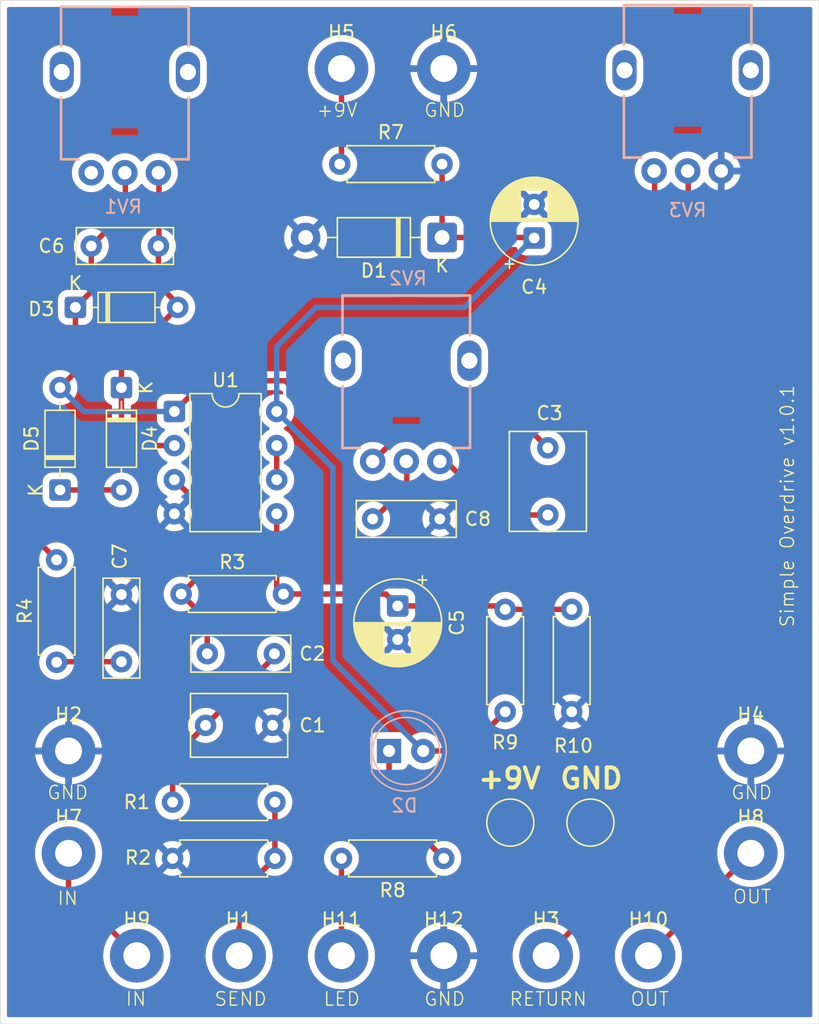
<source format=kicad_pcb>
(kicad_pcb (version 20241229) (generator "pcbnew") (generator_version "9.0")
  (layers (0 "F.Cu" signal) (2 "B.Cu" signal) (13 "F.Paste" user) (15 "B.Paste" user) (5 "F.SilkS" user "F.Silkscreen") (7 "B.SilkS" user "B.Silkscreen") (1 "F.Mask" user) (3 "B.Mask" user) (25 "Edge.Cuts" user))
  (net 0 "")
  (net 1 "Net-(C1-Pad1)")
  (net 2 "GND")
  (net 3 "Net-(U1A-+)")
  (net 4 "Net-(D3-K)")
  (net 5 "Net-(C3-Pad2)")
  (net 6 "+9V")
  (net 7 "Net-(U1B-+)")
  (net 8 "Net-(D3-A)")
  (net 9 "Net-(C7-Pad2)")
  (net 10 "Net-(C8-Pad2)")
  (net 11 "Net-(D2-K)")
  (net 12 "Net-(D4-A)")
  (net 13 "Net-(H1-Pad1)")
  (net 14 "Net-(H3-Pad1)")
  (net 15 "Net-(H5-Pad1)")
  (net 16 "Net-(H7-Pad1)")
  (net 17 "Net-(H10-Pad1)")
  (net 18 "Net-(H11-Pad1)")
  (net 20 "Net-(RV2-Pad3)")
  (net 21 "Net-(U1B--)")
  (footprint "Wampler:PAD_4MM" (layer "F.Cu") (at 25.4 17.78)
    (property "Reference" "H5" (at 0 -2.7 0) (layer "F.SilkS"))
    (property "Value" "9V")
    (pad "1" thru_hole circle (at 0 0) (size 4 4) (drill 2) (layers "*.Cu" "*.Mask") (net 15 "Net-(H5-Pad1)"))
  )
  (footprint "Wampler:PAD_4MM" (layer "F.Cu") (at 10.16 83.82)
    (property "Reference" "H9" (at 0 -2.7 0) (layer "F.SilkS"))
    (property "Value" "SW_IN")
    (pad "1" thru_hole circle (at 0 0) (size 4 4) (drill 2) (layers "*.Cu" "*.Mask") (net 16 "Net-(H7-Pad1)"))
  )
  (footprint "Resistor_THT:R_Axial_DIN0207_L6.3mm_D2.5mm_P7.62mm_Horizontal" (layer "F.Cu") (at 37.592 58.039 -90)
    (property "Reference" "R9" (at 9.906 0 180) (layer "F.SilkS"))
    (property "Value" "100k")
    (pad "1" thru_hole circle (at 0 0 270) (size 1.6 1.6) (drill 0.8) (layers "*.Cu" "*.Mask") (net 7 "Net-(U1B-+)"))
    (pad "2" thru_hole circle (at 7.62 0 270) (size 1.6 1.6) (drill 0.8) (layers "*.Cu" "*.Mask") (net 6 "+9V"))
  )
  (footprint "TestPoint:TestPoint_Pad_D3.0mm" (layer "F.Cu") (at 37.973 73.914)
    (property "Reference" "REF**" (hide yes))
    (property "Value" "TestPoint_Pad_D3.0mm")
    (pad "1" smd circle (at 0 0) (size 3 3) (layers "F.Cu" "F.Mask") (net 6 "+9V"))
  )
  (footprint "Wampler:PAD_4MM" (layer "F.Cu") (at 55.88 68.58)
    (property "Reference" "H4" (at 0 -2.7 0) (layer "F.SilkS"))
    (property "Value" "GND")
    (pad "1" thru_hole circle (at 0 0) (size 4 4) (drill 2) (layers "*.Cu" "*.Mask") (net 2 "GND"))
  )
  (footprint "Wampler:PAD_4MM" (layer "F.Cu") (at 25.4 83.82)
    (property "Reference" "H11" (at 0 -2.7 0) (layer "F.SilkS"))
    (property "Value" "SW_LED")
    (pad "1" thru_hole circle (at 0 0) (size 4 4) (drill 2) (layers "*.Cu" "*.Mask") (net 18 "Net-(H11-Pad1)"))
  )
  (footprint "Capacitor_THT:CP_Radial_D6.3mm_P2.50mm" (layer "F.Cu") (at 39.751 30.392379 90)
    (property "Reference" "C4" (at -3.643621 0 180) (layer "F.SilkS"))
    (property "Value" "100u 35V")
    (pad "1" thru_hole roundrect (at 0 0 90) (size 1.6 1.6) (drill 0.8) (layers "*.Cu" "*.Mask") (roundrect_rratio 0.15625) (net 6 "+9V"))
    (pad "2" thru_hole circle (at 2.5 0 90) (size 1.6 1.6) (drill 0.8) (layers "*.Cu" "*.Mask") (net 2 "GND"))
  )
  (footprint "Capacitor_THT:C_Rect_L7.2mm_W5.5mm_P5.00mm_FKS2_FKP2_MKS2_MKP2" (layer "F.Cu") (at 40.767 46.014 -90)
    (property "Reference" "C3" (at -2.58 -0.127 180) (layer "F.SilkS"))
    (property "Value" "1u")
    (pad "1" thru_hole circle (at 0 0 270) (size 1.6 1.6) (drill 0.8) (layers "*.Cu" "*.Mask") (net 4 "Net-(D3-K)"))
    (pad "2" thru_hole circle (at 5 0 270) (size 1.6 1.6) (drill 0.8) (layers "*.Cu" "*.Mask") (net 5 "Net-(C3-Pad2)"))
  )
  (footprint "Resistor_THT:R_Axial_DIN0207_L6.3mm_D2.5mm_P7.62mm_Horizontal" (layer "F.Cu") (at 20.447 76.581 180)
    (property "Reference" "R2" (at 10.195033 0.054388 0) (layer "F.SilkS"))
    (property "Value" "1M")
    (pad "1" thru_hole circle (at 0 0 180) (size 1.6 1.6) (drill 0.8) (layers "*.Cu" "*.Mask") (net 13 "Net-(H1-Pad1)"))
    (pad "2" thru_hole circle (at 7.62 0 180) (size 1.6 1.6) (drill 0.8) (layers "*.Cu" "*.Mask") (net 2 "GND"))
  )
  (footprint "Wampler:PAD_4MM" (layer "F.Cu") (at 55.88 76.2)
    (property "Reference" "H8" (at 0 -2.7 0) (layer "F.SilkS"))
    (property "Value" "OUT")
    (pad "1" thru_hole circle (at 0 0) (size 4 4) (drill 2) (layers "*.Cu" "*.Mask") (net 17 "Net-(H10-Pad1)"))
  )
  (footprint "Wampler:PAD_4MM" (layer "F.Cu") (at 33.02 17.78)
    (property "Reference" "H6" (at 0 -2.7 0) (layer "F.SilkS"))
    (property "Value" "GND")
    (pad "1" thru_hole circle (at 0 0) (size 4 4) (drill 2) (layers "*.Cu" "*.Mask") (net 2 "GND"))
  )
  (footprint "Wampler:PAD_4MM" (layer "F.Cu") (at 33.02 83.82)
    (property "Reference" "H12" (at 0 -2.7 0) (layer "F.SilkS"))
    (property "Value" "SW_GND")
    (pad "1" thru_hole circle (at 0 0) (size 4 4) (drill 2) (layers "*.Cu" "*.Mask") (net 2 "GND"))
  )
  (footprint "Resistor_THT:R_Axial_DIN0207_L6.3mm_D2.5mm_P7.62mm_Horizontal" (layer "F.Cu") (at 20.447 72.39 180)
    (property "Reference" "R1" (at 10.287 0 0) (layer "F.SilkS"))
    (property "Value" "1k")
    (pad "1" thru_hole circle (at 0 0 180) (size 1.6 1.6) (drill 0.8) (layers "*.Cu" "*.Mask") (net 13 "Net-(H1-Pad1)"))
    (pad "2" thru_hole circle (at 7.62 0 180) (size 1.6 1.6) (drill 0.8) (layers "*.Cu" "*.Mask") (net 1 "Net-(C1-Pad1)"))
  )
  (footprint "Package_DIP:DIP-8_W7.62mm" (layer "F.Cu") (at 12.959 43.307)
    (property "Reference" "U1" (at 3.81 -2.33 0) (layer "F.SilkS"))
    (property "Value" "TL072")
    (pad "1" thru_hole roundrect (at 0 0) (size 1.6 1.6) (drill 0.8) (layers "*.Cu" "*.Mask") (roundrect_rratio 0.15625) (net 4 "Net-(D3-K)"))
    (pad "2" thru_hole circle (at 0 2.54) (size 1.6 1.6) (drill 0.8) (layers "*.Cu" "*.Mask") (net 8 "Net-(D3-A)"))
    (pad "3" thru_hole circle (at 0 5.08) (size 1.6 1.6) (drill 0.8) (layers "*.Cu" "*.Mask") (net 3 "Net-(U1A-+)"))
    (pad "4" thru_hole circle (at 0 7.62) (size 1.6 1.6) (drill 0.8) (layers "*.Cu" "*.Mask") (net 2 "GND"))
    (pad "5" thru_hole circle (at 7.62 7.62) (size 1.6 1.6) (drill 0.8) (layers "*.Cu" "*.Mask") (net 7 "Net-(U1B-+)"))
    (pad "6" thru_hole circle (at 7.62 5.08) (size 1.6 1.6) (drill 0.8) (layers "*.Cu" "*.Mask") (net 21 "Net-(U1B--)"))
    (pad "7" thru_hole circle (at 7.62 2.54) (size 1.6 1.6) (drill 0.8) (layers "*.Cu" "*.Mask") (net 21 "Net-(U1B--)"))
    (pad "8" thru_hole circle (at 7.62 0) (size 1.6 1.6) (drill 0.8) (layers "*.Cu" "*.Mask") (net 6 "+9V"))
  )
  (footprint "TestPoint:TestPoint_Pad_D3.0mm" (layer "F.Cu") (at 43.942 73.914)
    (property "Reference" "REF**" (hide yes))
    (property "Value" "TestPoint_Pad_D3.0mm")
    (pad "1" smd circle (at 0 0) (size 3 3) (layers "F.Cu" "F.Mask") (net 2 "GND"))
  )
  (footprint "Capacitor_THT:C_Rect_L7.2mm_W2.5mm_P5.00mm_FKS2_FKP2_MKS2_MKP2" (layer "F.Cu") (at 32.726 51.308 180)
    (property "Reference" "C8" (at -2.834 0 0) (layer "F.SilkS"))
    (property "Value" "22n")
    (pad "1" thru_hole circle (at 0 0 180) (size 1.6 1.6) (drill 0.8) (layers "*.Cu" "*.Mask") (net 2 "GND"))
    (pad "2" thru_hole circle (at 5 0 180) (size 1.6 1.6) (drill 0.8) (layers "*.Cu" "*.Mask") (net 10 "Net-(C8-Pad2)"))
  )
  (footprint "Diode_THT:D_DO-35_SOD27_P7.62mm_Horizontal" (layer "F.Cu") (at 4.445 49.149 90)
    (property "Reference" "D5" (at 3.81 -2.12 90) (layer "F.SilkS"))
    (property "Value" "1N4148")
    (fp_text user "K" (at 0 -1.8 90) (layer "F.SilkS"))
    (pad "1" thru_hole roundrect (at 0 0 90) (size 1.6 1.6) (drill 0.8) (layers "*.Cu" "*.Mask") (roundrect_rratio 0.15625) (net 12 "Net-(D4-A)"))
    (pad "2" thru_hole circle (at 7.62 0 90) (size 1.6 1.6) (drill 0.8) (layers "*.Cu" "*.Mask") (net 4 "Net-(D3-K)"))
  )
  (footprint "Resistor_THT:R_Axial_DIN0207_L6.3mm_D2.5mm_P7.62mm_Horizontal" (layer "F.Cu") (at 33.02 76.581 180)
    (property "Reference" "R8" (at 3.81 -2.37 0) (layer "F.SilkS"))
    (property "Value" "1k")
    (pad "1" thru_hole circle (at 0 0 180) (size 1.6 1.6) (drill 0.8) (layers "*.Cu" "*.Mask") (net 11 "Net-(D2-K)"))
    (pad "2" thru_hole circle (at 7.62 0 180) (size 1.6 1.6) (drill 0.8) (layers "*.Cu" "*.Mask") (net 18 "Net-(H11-Pad1)"))
  )
  (footprint "Diode_THT:D_DO-35_SOD27_P7.62mm_Horizontal" (layer "F.Cu") (at 5.588 35.56)
    (property "Reference" "D3" (at -2.54 0.127 0) (layer "F.SilkS"))
    (property "Value" "1N4148")
    (fp_text user "K" (at 0 -1.8 0) (layer "F.SilkS"))
    (pad "1" thru_hole roundrect (at 0 0) (size 1.6 1.6) (drill 0.8) (layers "*.Cu" "*.Mask") (roundrect_rratio 0.15625) (net 4 "Net-(D3-K)"))
    (pad "2" thru_hole circle (at 7.62 0) (size 1.6 1.6) (drill 0.8) (layers "*.Cu" "*.Mask") (net 8 "Net-(D3-A)"))
  )
  (footprint "Capacitor_THT:C_Rect_L7.0mm_W4.5mm_P5.00mm" (layer "F.Cu") (at 15.28 66.675)
    (property "Reference" "C1" (at 7.961 0 0) (layer "F.SilkS"))
    (property "Value" "100p")
    (pad "1" thru_hole circle (at 0 0) (size 1.6 1.6) (drill 0.8) (layers "*.Cu" "*.Mask") (net 1 "Net-(C1-Pad1)"))
    (pad "2" thru_hole circle (at 5 0) (size 1.6 1.6) (drill 0.8) (layers "*.Cu" "*.Mask") (net 2 "GND"))
  )
  (footprint "Resistor_THT:R_Axial_DIN0207_L6.3mm_D2.5mm_P7.62mm_Horizontal" (layer "F.Cu") (at 25.273 24.892)
    (property "Reference" "R7" (at 3.81 -2.37 0) (layer "F.SilkS"))
    (property "Value" "10R")
    (pad "1" thru_hole circle (at 0 0) (size 1.6 1.6) (drill 0.8) (layers "*.Cu" "*.Mask") (net 15 "Net-(H5-Pad1)"))
    (pad "2" thru_hole circle (at 7.62 0) (size 1.6 1.6) (drill 0.8) (layers "*.Cu" "*.Mask") (net 6 "+9V"))
  )
  (footprint "Wampler:PAD_4MM" (layer "F.Cu") (at 17.78 83.82)
    (property "Reference" "H1" (at 0 -2.7 0) (layer "F.SilkS"))
    (property "Value" "SW_SEND")
    (pad "1" thru_hole circle (at 0 0) (size 4 4) (drill 2) (layers "*.Cu" "*.Mask") (net 13 "Net-(H1-Pad1)"))
  )
  (footprint "Resistor_THT:R_Axial_DIN0207_L6.3mm_D2.5mm_P7.62mm_Horizontal" (layer "F.Cu") (at 42.545 65.659 90)
    (property "Reference" "R10" (at -2.54 0.127 180) (layer "F.SilkS"))
    (property "Value" "100k")
    (pad "1" thru_hole circle (at 0 0 90) (size 1.6 1.6) (drill 0.8) (layers "*.Cu" "*.Mask") (net 2 "GND"))
    (pad "2" thru_hole circle (at 7.62 0 90) (size 1.6 1.6) (drill 0.8) (layers "*.Cu" "*.Mask") (net 7 "Net-(U1B-+)"))
  )
  (footprint "Wampler:PAD_4MM" (layer "F.Cu") (at 5.08 68.58)
    (property "Reference" "H2" (at 0 -2.7 0) (layer "F.SilkS"))
    (property "Value" "GND")
    (pad "1" thru_hole circle (at 0 0) (size 4 4) (drill 2) (layers "*.Cu" "*.Mask") (net 2 "GND"))
  )
  (footprint "Diode_THT:D_DO-35_SOD27_P7.62mm_Horizontal" (layer "F.Cu") (at 9.017 41.529 -90)
    (property "Reference" "D4" (at 3.81 -2.12 90) (layer "F.SilkS"))
    (property "Value" "1N4148")
    (fp_text user "K" (at 0 -1.8 90) (layer "F.SilkS"))
    (pad "1" thru_hole roundrect (at 0 0 270) (size 1.6 1.6) (drill 0.8) (layers "*.Cu" "*.Mask") (roundrect_rratio 0.15625) (net 8 "Net-(D3-A)"))
    (pad "2" thru_hole circle (at 7.62 0 270) (size 1.6 1.6) (drill 0.8) (layers "*.Cu" "*.Mask") (net 12 "Net-(D4-A)"))
  )
  (footprint "Wampler:PAD_4MM" (layer "F.Cu") (at 5.08 76.2)
    (property "Reference" "H7" (at 0 -2.7 0) (layer "F.SilkS"))
    (property "Value" "IN")
    (pad "1" thru_hole circle (at 0 0) (size 4 4) (drill 2) (layers "*.Cu" "*.Mask") (net 16 "Net-(H7-Pad1)"))
  )
  (footprint "Diode_THT:D_DO-41_SOD81_P10.16mm_Horizontal" (layer "F.Cu") (at 32.893 30.353 180)
    (property "Reference" "D1" (at 5.08 -2.47 0) (layer "F.SilkS"))
    (property "Value" "1N4001")
    (fp_text user "K" (at 0 -2.1 0) (layer "F.SilkS"))
    (pad "1" thru_hole roundrect (at 0 0 180) (size 2.2 2.2) (drill 1.1) (layers "*.Cu" "*.Mask") (roundrect_rratio 0.113636) (net 6 "+9V"))
    (pad "2" thru_hole circle (at 10.16 0 180) (size 2.2 2.2) (drill 1.1) (layers "*.Cu" "*.Mask") (net 2 "GND"))
  )
  (footprint "Resistor_THT:R_Axial_DIN0207_L6.3mm_D2.5mm_P7.62mm_Horizontal" (layer "F.Cu") (at 4.191 61.976 90)
    (property "Reference" "R4" (at 3.81 -2.37 90) (layer "F.SilkS"))
    (property "Value" "4.7k")
    (pad "1" thru_hole circle (at 0 0 90) (size 1.6 1.6) (drill 0.8) (layers "*.Cu" "*.Mask") (net 9 "Net-(C7-Pad2)"))
    (pad "2" thru_hole circle (at 7.62 0 90) (size 1.6 1.6) (drill 0.8) (layers "*.Cu" "*.Mask") (net 8 "Net-(D3-A)"))
  )
  (footprint "Wampler:PAD_4MM" (layer "F.Cu") (at 40.64 83.82)
    (property "Reference" "H3" (at 0 -2.7 0) (layer "F.SilkS"))
    (property "Value" "SW_RETURN")
    (pad "1" thru_hole circle (at 0 0) (size 4 4) (drill 2) (layers "*.Cu" "*.Mask") (net 14 "Net-(H3-Pad1)"))
  )
  (footprint "Capacitor_THT:C_Rect_L7.2mm_W2.5mm_P5.00mm_FKS2_FKP2_MKS2_MKP2" (layer "F.Cu") (at 9.017 56.936 -90)
    (property "Reference" "C7" (at -2.834 0.127 90) (layer "F.SilkS"))
    (property "Value" "220n")
    (pad "1" thru_hole circle (at 0 0 270) (size 1.6 1.6) (drill 0.8) (layers "*.Cu" "*.Mask") (net 2 "GND"))
    (pad "2" thru_hole circle (at 5 0 270) (size 1.6 1.6) (drill 0.8) (layers "*.Cu" "*.Mask") (net 9 "Net-(C7-Pad2)"))
  )
  (footprint "Capacitor_THT:CP_Radial_D6.3mm_P2.50mm" (layer "F.Cu") (at 29.591 57.785 -90)
    (property "Reference" "C5" (at 1.25 -4.4 90) (layer "F.SilkS"))
    (property "Value" "100u 35V")
    (pad "1" thru_hole roundrect (at 0 0 270) (size 1.6 1.6) (drill 0.8) (layers "*.Cu" "*.Mask") (roundrect_rratio 0.15625) (net 7 "Net-(U1B-+)"))
    (pad "2" thru_hole circle (at 2.5 0 270) (size 1.6 1.6) (drill 0.8) (layers "*.Cu" "*.Mask") (net 2 "GND"))
  )
  (footprint "Capacitor_THT:C_Rect_L7.0mm_W2.5mm_P5.00mm" (layer "F.Cu") (at 11.771 30.988 180)
    (property "Reference" "C6" (at 7.961 0 0) (layer "F.SilkS"))
    (property "Value" "47p")
    (pad "1" thru_hole circle (at 0 0 180) (size 1.6 1.6) (drill 0.8) (layers "*.Cu" "*.Mask") (net 8 "Net-(D3-A)"))
    (pad "2" thru_hole circle (at 5 0 180) (size 1.6 1.6) (drill 0.8) (layers "*.Cu" "*.Mask") (net 4 "Net-(D3-K)"))
  )
  (footprint "Resistor_THT:R_Axial_DIN0207_L6.3mm_D2.5mm_P7.62mm_Horizontal" (layer "F.Cu") (at 13.462 56.896)
    (property "Reference" "R3" (at 3.81 -2.37 0) (layer "F.SilkS"))
    (property "Value" "1M")
    (pad "1" thru_hole circle (at 0 0) (size 1.6 1.6) (drill 0.8) (layers "*.Cu" "*.Mask") (net 3 "Net-(U1A-+)"))
    (pad "2" thru_hole circle (at 7.62 0) (size 1.6 1.6) (drill 0.8) (layers "*.Cu" "*.Mask") (net 7 "Net-(U1B-+)"))
  )
  (footprint "Capacitor_THT:C_Rect_L7.2mm_W2.5mm_P5.00mm_FKS2_FKP2_MKS2_MKP2" (layer "F.Cu") (at 20.407 61.341 180)
    (property "Reference" "C2" (at -2.834 0 0) (layer "F.SilkS"))
    (property "Value" "22n")
    (pad "1" thru_hole circle (at 0 0 180) (size 1.6 1.6) (drill 0.8) (layers "*.Cu" "*.Mask") (net 1 "Net-(C1-Pad1)"))
    (pad "2" thru_hole circle (at 5 0 180) (size 1.6 1.6) (drill 0.8) (layers "*.Cu" "*.Mask") (net 3 "Net-(U1A-+)"))
  )
  (footprint "Wampler:PAD_4MM" (layer "F.Cu") (at 48.26 83.82)
    (property "Reference" "H10" (at 0 -2.7 0) (layer "F.SilkS"))
    (property "Value" "SW_OUT")
    (pad "1" thru_hole circle (at 0 0) (size 4 4) (drill 2) (layers "*.Cu" "*.Mask") (net 17 "Net-(H10-Pad1)"))
  )
  (footprint "Wampler:POT_9MM_RA" (layer "B.Cu") (at 30.226 39.525 180)
    (property "Reference" "RV2" (at -0.127 6.124 0) (layer "B.SilkS") (effects (justify mirror)))
    (property "Value" "B10k")
    (pad "1" thru_hole circle (at -2.5 -7.5 180) (size 1.9 1.9) (drill 1) (layers "*.Cu" "*.Mask") (net 5 "Net-(C3-Pad2)"))
    (pad "2" thru_hole circle (at 0 -7.5 180) (size 1.9 1.9) (drill 1) (layers "*.Cu" "*.Mask") (net 10 "Net-(C8-Pad2)"))
    (pad "3" thru_hole circle (at 2.5 -7.5 180) (size 1.9 1.9) (drill 1) (layers "*.Cu" "*.Mask") (net 20 "Net-(RV2-Pad3)"))
    (pad "4" thru_hole oval (at -4.7 0 180) (size 1.8 3) (drill 1.2) (layers "*.Cu" "*.Mask"))
    (pad "5" thru_hole oval (at 4.7 0 180) (size 1.8 3) (drill 1.2) (layers "*.Cu" "*.Mask"))
    (zone (net 0) (net_name "") (layer "B.Cu") (connect_pads (clearance 0)) (min_thickness 0.25)
      (keepout (tracks not_allowed) (vias not_allowed) (pads not_allowed) (copperpour not_allowed) (footprints allowed))
      (fill (thermal_gap 0.5) (thermal_bridge_width 0.5))
      (polygon (pts (xy 31.226 34.825) (xy 29.226 34.825) (xy 29.226 35.325) (xy 31.226 35.325)))
    )
    (zone (net 0) (net_name "") (layer "B.Cu") (connect_pads (clearance 0)) (min_thickness 0.25)
      (keepout (tracks not_allowed) (vias not_allowed) (pads not_allowed) (copperpour not_allowed) (footprints allowed))
      (fill (thermal_gap 0.5) (thermal_bridge_width 0.5))
      (polygon (pts (xy 31.226 43.725) (xy 29.226 43.725) (xy 29.226 44.225) (xy 31.226 44.225)))
    )
  )
  (footprint "LED_THT:LED_D5.0mm" (layer "B.Cu") (at 28.946 68.58)
    (property "Reference" "D2" (at 1.143 4.064 0) (layer "B.SilkS") (effects (justify mirror)))
    (property "Value" "LED")
    (pad "1" thru_hole rect (at 0 0) (size 1.8 1.8) (drill 0.9) (layers "*.Cu" "*.Mask") (net 11 "Net-(D2-K)"))
    (pad "2" thru_hole circle (at 2.54 0) (size 1.8 1.8) (drill 0.9) (layers "*.Cu" "*.Mask") (net 6 "+9V"))
  )
  (footprint "Wampler:POT_9MM_RA" (layer "B.Cu") (at 9.27 18.034 180)
    (property "Reference" "RV1" (at 0.126 -10.033 0) (layer "B.SilkS") (effects (justify mirror)))
    (property "Value" "A500k")
    (pad "1" thru_hole circle (at -2.5 -7.5 180) (size 1.9 1.9) (drill 1) (layers "*.Cu" "*.Mask") (net 8 "Net-(D3-A)"))
    (pad "2" thru_hole circle (at 0 -7.5 180) (size 1.9 1.9) (drill 1) (layers "*.Cu" "*.Mask") (net 4 "Net-(D3-K)"))
    (pad "3" thru_hole circle (at 2.5 -7.5 180) (size 1.9 1.9) (drill 1) (layers "*.Cu" "*.Mask"))
    (pad "4" thru_hole oval (at -4.7 0 180) (size 1.8 3) (drill 1.2) (layers "*.Cu" "*.Mask"))
    (pad "5" thru_hole oval (at 4.7 0 180) (size 1.8 3) (drill 1.2) (layers "*.Cu" "*.Mask"))
    (zone (net 0) (net_name "") (layer "B.Cu") (connect_pads (clearance 0)) (min_thickness 0.25)
      (keepout (tracks not_allowed) (vias not_allowed) (pads not_allowed) (copperpour not_allowed) (footprints allowed))
      (fill (thermal_gap 0.5) (thermal_bridge_width 0.5))
      (polygon (pts (xy 10.27 13.334) (xy 8.27 13.334) (xy 8.27 13.834) (xy 10.27 13.834)))
    )
    (zone (net 0) (net_name "") (layer "B.Cu") (connect_pads (clearance 0)) (min_thickness 0.25)
      (keepout (tracks not_allowed) (vias not_allowed) (pads not_allowed) (copperpour not_allowed) (footprints allowed))
      (fill (thermal_gap 0.5) (thermal_bridge_width 0.5))
      (polygon (pts (xy 10.27 22.234) (xy 8.27 22.234) (xy 8.27 22.734) (xy 10.27 22.734)))
    )
  )
  (footprint "Wampler:POT_9MM_RA" (layer "B.Cu") (at 51.18 17.907 180)
    (property "Reference" "RV3" (at 0 -10.414 0) (layer "B.SilkS") (effects (justify mirror)))
    (property "Value" "A100k")
    (pad "1" thru_hole circle (at -2.5 -7.5 180) (size 1.9 1.9) (drill 1) (layers "*.Cu" "*.Mask") (net 2 "GND"))
    (pad "2" thru_hole circle (at 0 -7.5 180) (size 1.9 1.9) (drill 1) (layers "*.Cu" "*.Mask") (net 14 "Net-(H3-Pad1)"))
    (pad "3" thru_hole circle (at 2.5 -7.5 180) (size 1.9 1.9) (drill 1) (layers "*.Cu" "*.Mask") (net 20 "Net-(RV2-Pad3)"))
    (pad "4" thru_hole oval (at -4.7 0 180) (size 1.8 3) (drill 1.2) (layers "*.Cu" "*.Mask"))
    (pad "5" thru_hole oval (at 4.7 0 180) (size 1.8 3) (drill 1.2) (layers "*.Cu" "*.Mask"))
    (zone (net 0) (net_name "") (layer "B.Cu") (connect_pads (clearance 0)) (min_thickness 0.25)
      (keepout (tracks not_allowed) (vias not_allowed) (pads not_allowed) (copperpour not_allowed) (footprints allowed))
      (fill (thermal_gap 0.5) (thermal_bridge_width 0.5))
      (polygon (pts (xy 52.18 13.207) (xy 50.18 13.207) (xy 50.18 13.707) (xy 52.18 13.707)))
    )
    (zone (net 0) (net_name "") (layer "B.Cu") (connect_pads (clearance 0)) (min_thickness 0.25)
      (keepout (tracks not_allowed) (vias not_allowed) (pads not_allowed) (copperpour not_allowed) (footprints allowed))
      (fill (thermal_gap 0.5) (thermal_bridge_width 0.5))
      (polygon (pts (xy 52.18 22.107) (xy 50.18 22.107) (xy 50.18 22.607) (xy 52.18 22.607)))
    )
  )
  (gr_line (start 0 12.7) (end 60.96 12.7) (stroke (width 0.05)) (layer "Edge.Cuts"))
  (gr_line (start 60.96 88.9) (end 0 88.9) (stroke (width 0.05)) (layer "Edge.Cuts"))
  (gr_line (start 60.96 12.7) (end 60.96 88.9) (stroke (width 0.05)) (layer "Edge.Cuts"))
  (gr_line (start 0 88.9) (end 0 12.7) (stroke (width 0.05)) (layer "Edge.Cuts"))
  (gr_text "+9V" (at 23.495 21.463 0) (layer "F.SilkS") (effects (font (size 1 1) (thickness 0.1)) (justify left bottom)))
  (gr_text "SEND" (at 15.875 87.63 0) (layer "F.SilkS") (effects (font (size 1 1) (thickness 0.1)) (justify left bottom)))
  (gr_text "GND" (at 41.529 71.501 0) (layer "F.SilkS") (effects (font (size 1.5 1.5) (thickness 0.3) (bold yes)) (justify left bottom)))
  (gr_text "Simple Overdrive v1.0.1" (at 59.182 59.436 90) (layer "F.SilkS") (effects (font (size 1 1) (thickness 0.1)) (justify left bottom)))
  (gr_text "IN" (at 4.191 80.137 0) (layer "F.SilkS") (effects (font (size 1 1) (thickness 0.1)) (justify left bottom)))
  (gr_text "+9V" (at 35.433 71.501 0) (layer "F.SilkS") (effects (font (size 1.5 1.5) (thickness 0.3) (bold yes)) (justify left bottom)))
  (gr_text "GND" (at 31.496 87.63 0) (layer "F.SilkS") (effects (font (size 1 1) (thickness 0.1)) (justify left bottom)))
  (gr_text "LED" (at 24.003 87.63 0) (layer "F.SilkS") (effects (font (size 1 1) (thickness 0.1)) (justify left bottom)))
  (gr_text "IN" (at 9.271 87.63 0) (layer "F.SilkS") (effects (font (size 1 1) (thickness 0.1)) (justify left bottom)))
  (gr_text "GND" (at 3.429 72.263 0) (layer "F.SilkS") (effects (font (size 1 1) (thickness 0.1)) (justify left bottom)))
  (gr_text "GND" (at 31.496 21.463 0) (layer "F.SilkS") (effects (font (size 1 1) (thickness 0.1)) (justify left bottom)))
  (gr_text "RETURN" (at 37.846 87.63 0) (layer "F.SilkS") (effects (font (size 1 1) (thickness 0.1)) (justify left bottom)))
  (gr_text "GND" (at 54.356 72.263 0) (layer "F.SilkS") (effects (font (size 1 1) (thickness 0.1)) (justify left bottom)))
  (gr_text "OUT" (at 46.863 87.63 0) (layer "F.SilkS") (effects (font (size 1 1) (thickness 0.1)) (justify left bottom)))
  (gr_text "OUT" (at 54.483 80.01 0) (layer "F.SilkS") (effects (font (size 1 1) (thickness 0.1)) (justify left bottom)))
  (segment (start 12.827 72.39) (end 12.827 69.128) (width 0.4064) (layer "F.Cu") (net 1))
  (segment (start 20.407 61.548) (end 20.407 61.341) (width 0.4064) (layer "F.Cu") (net 1))
  (segment (start 12.827 69.128) (end 15.28 66.675) (width 0.4064) (layer "F.Cu") (net 1))
  (segment (start 15.28 66.675) (end 20.407 61.548) (width 0.4064) (layer "F.Cu") (net 1))
  (segment (start 15.621 54.737) (end 15.621 51.049) (width 0.4064) (layer "F.Cu") (net 3))
  (segment (start 15.407 61.341) (end 15.407 58.841) (width 0.4064) (layer "F.Cu") (net 3))
  (segment (start 15.407 58.841) (end 13.462 56.896) (width 0.4064) (layer "F.Cu") (net 3))
  (segment (start 13.462 56.896) (end 15.621 54.737) (width 0.4064) (layer "F.Cu") (net 3))
  (segment (start 15.621 51.049) (end 12.959 48.387) (width 0.4064) (layer "F.Cu") (net 3))
  (segment (start 5.588 40.386) (end 4.445 41.529) (width 0.4064) (layer "F.Cu") (net 4))
  (segment (start 37.679 42.926) (end 23.114 42.926) (width 0.4064) (layer "F.Cu") (net 4))
  (segment (start 15.245 41.021) (end 12.959 43.307) (width 0.4064) (layer "F.Cu") (net 4))
  (segment (start 40.767 46.014) (end 37.679 42.926) (width 0.4064) (layer "F.Cu") (net 4))
  (segment (start 9.311 28.448) (end 6.771 30.988) (width 0.4064) (layer "F.Cu") (net 4))
  (segment (start 6.771 30.988) (end 6.771 34.377) (width 0.4064) (layer "F.Cu") (net 4))
  (segment (start 5.588 35.56) (end 5.588 40.386) (width 0.4064) (layer "F.Cu") (net 4))
  (segment (start 9.311 25.4) (end 9.311 28.448) (width 0.4064) (layer "F.Cu") (net 4))
  (segment (start 23.114 42.926) (end 21.209 41.021) (width 0.4064) (layer "F.Cu") (net 4))
  (segment (start 6.771 34.377) (end 5.588 35.56) (width 0.4064) (layer "F.Cu") (net 4))
  (segment (start 21.209 41.021) (end 15.245 41.021) (width 0.4064) (layer "F.Cu") (net 4))
  (segment (start 6.223 43.307) (end 12.959 43.307) (width 0.4064) (layer "B.Cu") (net 4))
  (segment (start 4.445 41.529) (end 6.223 43.307) (width 0.4064) (layer "B.Cu") (net 4))
  (segment (start 32.766 46.99) (end 33.147 46.99) (width 0.4064) (layer "F.Cu") (net 5))
  (segment (start 33.147 46.99) (end 37.171 51.014) (width 0.4064) (layer "F.Cu") (net 5))
  (segment (start 37.171 51.014) (end 40.767 51.014) (width 0.4064) (layer "F.Cu") (net 5))
  (segment (start 34.671 68.58) (end 37.592 65.659) (width 0.4064) (layer "F.Cu") (net 6))
  (segment (start 32.893 24.892) (end 32.893 30.353) (width 0.4064) (layer "F.Cu") (net 6))
  (segment (start 31.486 68.58) (end 34.671 68.58) (width 0.4064) (layer "F.Cu") (net 6))
  (segment (start 37.973 73.914) (end 34.671 70.612) (width 0.4064) (layer "F.Cu") (net 6))
  (segment (start 32.893 30.353) (end 39.711621 30.353) (width 0.4064) (layer "F.Cu") (net 6))
  (segment (start 39.711621 30.353) (end 39.751 30.392379) (width 0.4064) (layer "F.Cu") (net 6))
  (segment (start 34.671 70.612) (end 34.671 68.58) (width 0.4064) (layer "F.Cu") (net 6))
  (segment (start 34.544 35.56) (end 23.495 35.56) (width 0.4064) (layer "B.Cu") (net 6))
  (segment (start 20.579 43.307) (end 24.765 47.493) (width 0.4064) (layer "B.Cu") (net 6))
  (segment (start 39.751 30.392379) (end 39.711621 30.392379) (width 0.4064) (layer "B.Cu") (net 6))
  (segment (start 24.765 61.859) (end 31.486 68.58) (width 0.4064) (layer "B.Cu") (net 6))
  (segment (start 39.711621 30.392379) (end 34.544 35.56) (width 0.4064) (layer "B.Cu") (net 6))
  (segment (start 20.579 38.476) (end 20.579 43.307) (width 0.4064) (layer "B.Cu") (net 6))
  (segment (start 23.495 35.56) (end 20.579 38.476) (width 0.4064) (layer "B.Cu") (net 6))
  (segment (start 24.765 47.493) (end 24.765 61.859) (width 0.4064) (layer "B.Cu") (net 6))
  (segment (start 37.592 58.039) (end 42.545 58.039) (width 0.4064) (layer "F.Cu") (net 7))
  (segment (start 21.082 56.896) (end 28.702 56.896) (width 0.4064) (layer "F.Cu") (net 7))
  (segment (start 20.579 56.393) (end 21.082 56.896) (width 0.4064) (layer "F.Cu") (net 7))
  (segment (start 37.338 57.785) (end 37.592 58.039) (width 0.4064) (layer "F.Cu") (net 7))
  (segment (start 20.579 50.927) (end 20.579 56.393) (width 0.4064) (layer "F.Cu") (net 7))
  (segment (start 29.591 57.785) (end 37.338 57.785) (width 0.4064) (layer "F.Cu") (net 7))
  (segment (start 28.702 56.896) (end 29.591 57.785) (width 0.4064) (layer "F.Cu") (net 7))
  (segment (start 11.811 30.861) (end 11.811 25.4) (width 0.4064) (layer "F.Cu") (net 8))
  (segment (start 1.905 52.07) (end 4.191 54.356) (width 0.4064) (layer "F.Cu") (net 8))
  (segment (start 9.017 39.751) (end 13.208 35.56) (width 0.4064) (layer "F.Cu") (net 8))
  (segment (start 12.959 45.847) (end 9.017 45.847) (width 0.4064) (layer "F.Cu") (net 8))
  (segment (start 11.771 30.901) (end 11.811 30.861) (width 0.4064) (layer "F.Cu") (net 8))
  (segment (start 11.771 30.988) (end 11.771 30.901) (width 0.4064) (layer "F.Cu") (net 8))
  (segment (start 9.017 41.529) (end 9.017 39.751) (width 0.4064) (layer "F.Cu") (net 8))
  (segment (start 9.017 41.529) (end 9.017 45.847) (width 0.4064) (layer "F.Cu") (net 8))
  (segment (start 9.017 45.847) (end 3.683 45.847) (width 0.4064) (layer "F.Cu") (net 8))
  (segment (start 13.208 35.306) (end 11.771 33.869) (width 0.4064) (layer "F.Cu") (net 8))
  (segment (start 1.905 47.625) (end 1.905 52.07) (width 0.4064) (layer "F.Cu") (net 8))
  (segment (start 11.771 33.869) (end 11.771 30.988) (width 0.4064) (layer "F.Cu") (net 8))
  (segment (start 3.683 45.847) (end 1.905 47.625) (width 0.4064) (layer "F.Cu") (net 8))
  (segment (start 13.208 35.56) (end 13.208 35.306) (width 0.4064) (layer "F.Cu") (net 8))
  (segment (start 9.017 61.936) (end 4.231 61.936) (width 0.4064) (layer "F.Cu") (net 9))
  (segment (start 4.231 61.936) (end 4.191 61.976) (width 0.4064) (layer "F.Cu") (net 9))
  (segment (start 27.813 51.308) (end 30.266 48.855) (width 0.4064) (layer "F.Cu") (net 10))
  (segment (start 27.726 51.308) (end 27.813 51.308) (width 0.4064) (layer "F.Cu") (net 10))
  (segment (start 30.266 48.855) (end 30.266 46.99) (width 0.4064) (layer "F.Cu") (net 10))
  (segment (start 28.946 68.58) (end 28.946 72.507) (width 0.4064) (layer "F.Cu") (net 11))
  (segment (start 28.946 72.507) (end 33.02 76.581) (width 0.4064) (layer "F.Cu") (net 11))
  (segment (start 9.017 49.149) (end 4.445 49.149) (width 0.4064) (layer "F.Cu") (net 12))
  (segment (start 17.78 83.82) (end 17.78 79.248) (width 0.4064) (layer "F.Cu") (net 13))
  (segment (start 17.78 79.248) (end 20.447 76.581) (width 0.4064) (layer "F.Cu") (net 13))
  (segment (start 20.447 76.581) (end 20.447 72.39) (width 0.4064) (layer "F.Cu") (net 13))
  (segment (start 51.221 25.4) (end 51.221 73.239) (width 0.4064) (layer "F.Cu") (net 14))
  (segment (start 51.221 73.239) (end 40.64 83.82) (width 0.4064) (layer "F.Cu") (net 14))
  (segment (start 25.4 17.78) (end 25.4 24.765) (width 0.4064) (layer "F.Cu") (net 15))
  (segment (start 25.4 24.765) (end 25.273 24.892) (width 0.4064) (layer "F.Cu") (net 15))
  (segment (start 5.08 78.74) (end 10.16 83.82) (width 0.4064) (layer "F.Cu") (net 16))
  (segment (start 5.08 76.2) (end 5.08 78.74) (width 0.4064) (layer "F.Cu") (net 16))
  (segment (start 48.26 83.82) (end 55.88 76.2) (width 0.4064) (layer "F.Cu") (net 17))
  (segment (start 25.4 83.82) (end 25.4 76.581) (width 0.4064) (layer "F.Cu") (net 18))
  (segment (start 29.798 44.958) (end 35.687 44.958) (width 0.4064) (layer "F.Cu") (net 20))
  (segment (start 42.926 48.387) (end 48.721 42.592) (width 0.4064) (layer "F.Cu") (net 20))
  (segment (start 48.721 42.592) (end 48.721 25.4) (width 0.4064) (layer "F.Cu") (net 20))
  (segment (start 39.116 48.387) (end 42.926 48.387) (width 0.4064) (layer "F.Cu") (net 20))
  (segment (start 35.687 44.958) (end 39.116 48.387) (width 0.4064) (layer "F.Cu") (net 20))
  (segment (start 27.766 46.99) (end 29.798 44.958) (width 0.4064) (layer "F.Cu") (net 20))
  (segment (start 20.579 45.847) (end 20.579 48.387) (width 0.4064) (layer "F.Cu") (net 21))
  (zone (net 2) (net_name "GND") (layers "F.Cu" "B.Cu") (connect_pads (clearance 0.5)) (min_thickness 0.25) (fill yes (thermal_gap 0.5) (thermal_bridge_width 0.5))
    (polygon (pts (xy 0 12.7) (xy 60.96 12.7) (xy 60.96 88.9) (xy 0 88.9)))
  )
)
</source>
